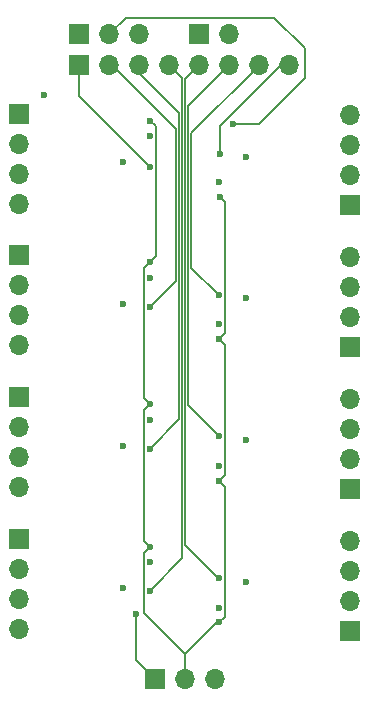
<source format=gbr>
%TF.GenerationSoftware,KiCad,Pcbnew,7.0.2-6a45011f42~172~ubuntu22.04.1*%
%TF.CreationDate,2023-05-07T19:32:11+01:00*%
%TF.ProjectId,octoHX711,6f63746f-4858-4373-9131-2e6b69636164,rev?*%
%TF.SameCoordinates,Original*%
%TF.FileFunction,Copper,L4,Bot*%
%TF.FilePolarity,Positive*%
%FSLAX46Y46*%
G04 Gerber Fmt 4.6, Leading zero omitted, Abs format (unit mm)*
G04 Created by KiCad (PCBNEW 7.0.2-6a45011f42~172~ubuntu22.04.1) date 2023-05-07 19:32:11*
%MOMM*%
%LPD*%
G01*
G04 APERTURE LIST*
%TA.AperFunction,ComponentPad*%
%ADD10R,1.700000X1.700000*%
%TD*%
%TA.AperFunction,ComponentPad*%
%ADD11O,1.700000X1.700000*%
%TD*%
%TA.AperFunction,ViaPad*%
%ADD12C,0.600000*%
%TD*%
%TA.AperFunction,Conductor*%
%ADD13C,0.127000*%
%TD*%
G04 APERTURE END LIST*
D10*
%TO.P,J1,1,Pin_1*%
%TO.N,/HX711_unit1/e+*%
X126895000Y-74115000D03*
D11*
%TO.P,J1,2,Pin_2*%
%TO.N,GND*%
X126895000Y-76655000D03*
%TO.P,J1,3,Pin_3*%
%TO.N,/HX711_unit1/a-*%
X126895000Y-79195000D03*
%TO.P,J1,4,Pin_4*%
%TO.N,/HX711_unit1/a+*%
X126895000Y-81735000D03*
%TD*%
D10*
%TO.P,J4,1,Pin_1*%
%TO.N,/HX711_unit4/e+*%
X126895000Y-110115000D03*
D11*
%TO.P,J4,2,Pin_2*%
%TO.N,GND*%
X126895000Y-112655000D03*
%TO.P,J4,3,Pin_3*%
%TO.N,/HX711_unit4/a-*%
X126895000Y-115195000D03*
%TO.P,J4,4,Pin_4*%
%TO.N,/HX711_unit4/a+*%
X126895000Y-117735000D03*
%TD*%
D10*
%TO.P,J5,1,Pin_1*%
%TO.N,/HX711_unit5/e+*%
X154935000Y-117890000D03*
D11*
%TO.P,J5,2,Pin_2*%
%TO.N,GND*%
X154935000Y-115350000D03*
%TO.P,J5,3,Pin_3*%
%TO.N,/HX711_unit5/a-*%
X154935000Y-112810000D03*
%TO.P,J5,4,Pin_4*%
%TO.N,/HX711_unit5/a+*%
X154935000Y-110270000D03*
%TD*%
D10*
%TO.P,J9,1,Pin_1*%
%TO.N,/HX711_unit1/Sdat*%
X132000000Y-70000000D03*
D11*
%TO.P,J9,2,Pin_2*%
%TO.N,/HX711_unit2/Sdat*%
X134540000Y-70000000D03*
%TO.P,J9,3,Pin_3*%
%TO.N,/HX711_unit3/Sdat*%
X137080000Y-70000000D03*
%TO.P,J9,4,Pin_4*%
%TO.N,/HX711_unit4/Sdat*%
X139620000Y-70000000D03*
%TO.P,J9,5,Pin_5*%
%TO.N,/HX711_unit5/Sdat*%
X142160000Y-70000000D03*
%TO.P,J9,6,Pin_6*%
%TO.N,/HX711_unit8/Sdat*%
X144700000Y-70000000D03*
%TO.P,J9,7,Pin_7*%
%TO.N,/HX711_unit6/Sdat*%
X147240000Y-70000000D03*
%TO.P,J9,8,Pin_8*%
%TO.N,/HX711_unit7/Sdat*%
X149780000Y-70000000D03*
%TD*%
D10*
%TO.P,J2,1,Pin_1*%
%TO.N,/HX711_unit2/e+*%
X126895000Y-86115000D03*
D11*
%TO.P,J2,2,Pin_2*%
%TO.N,GND*%
X126895000Y-88655000D03*
%TO.P,J2,3,Pin_3*%
%TO.N,/HX711_unit2/a-*%
X126895000Y-91195000D03*
%TO.P,J2,4,Pin_4*%
%TO.N,/HX711_unit2/a+*%
X126895000Y-93735000D03*
%TD*%
D10*
%TO.P,J10,1,Pin_1*%
%TO.N,VDD*%
X132000000Y-67415000D03*
D11*
%TO.P,J10,2,Pin_2*%
%TO.N,Sclk*%
X134540000Y-67415000D03*
%TO.P,J10,3,Pin_3*%
%TO.N,GND*%
X137080000Y-67415000D03*
%TD*%
D10*
%TO.P,J6,1,Pin_1*%
%TO.N,/HX711_unit8/e+*%
X154935000Y-105890000D03*
D11*
%TO.P,J6,2,Pin_2*%
%TO.N,GND*%
X154935000Y-103350000D03*
%TO.P,J6,3,Pin_3*%
%TO.N,/HX711_unit8/a-*%
X154935000Y-100810000D03*
%TO.P,J6,4,Pin_4*%
%TO.N,/HX711_unit8/a+*%
X154935000Y-98270000D03*
%TD*%
D10*
%TO.P,J11,1,Pin_1*%
%TO.N,VCC*%
X142135000Y-67415000D03*
D11*
%TO.P,J11,2,Pin_2*%
%TO.N,GND*%
X144675000Y-67415000D03*
%TD*%
D10*
%TO.P,J3,1,Pin_1*%
%TO.N,/HX711_unit3/e+*%
X126895000Y-98115000D03*
D11*
%TO.P,J3,2,Pin_2*%
%TO.N,GND*%
X126895000Y-100655000D03*
%TO.P,J3,3,Pin_3*%
%TO.N,/HX711_unit3/a-*%
X126895000Y-103195000D03*
%TO.P,J3,4,Pin_4*%
%TO.N,/HX711_unit3/a+*%
X126895000Y-105735000D03*
%TD*%
D10*
%TO.P,J7,1,Pin_1*%
%TO.N,/HX711_unit6/e+*%
X154935000Y-93890000D03*
D11*
%TO.P,J7,2,Pin_2*%
%TO.N,GND*%
X154935000Y-91350000D03*
%TO.P,J7,3,Pin_3*%
%TO.N,/HX711_unit6/a-*%
X154935000Y-88810000D03*
%TO.P,J7,4,Pin_4*%
%TO.N,/HX711_unit6/a+*%
X154935000Y-86270000D03*
%TD*%
D10*
%TO.P,J12,1,Pin_1*%
%TO.N,VDD*%
X138460000Y-122000000D03*
D11*
%TO.P,J12,2,Pin_2*%
%TO.N,rate*%
X141000000Y-122000000D03*
%TO.P,J12,3,Pin_3*%
%TO.N,GND*%
X143540000Y-122000000D03*
%TD*%
D10*
%TO.P,J8,1,Pin_1*%
%TO.N,/HX711_unit7/e+*%
X154935000Y-81890000D03*
D11*
%TO.P,J8,2,Pin_2*%
%TO.N,GND*%
X154935000Y-79350000D03*
%TO.P,J8,3,Pin_3*%
%TO.N,/HX711_unit7/a-*%
X154935000Y-76810000D03*
%TO.P,J8,4,Pin_4*%
%TO.N,/HX711_unit7/a+*%
X154935000Y-74270000D03*
%TD*%
D12*
%TO.N,GND*%
X143835000Y-79950000D03*
X143835000Y-91950000D03*
X135695000Y-114255000D03*
X135695000Y-90255000D03*
X135695000Y-114255000D03*
X137995000Y-100055000D03*
X135695000Y-90255000D03*
X146135000Y-77750000D03*
X137995000Y-112055000D03*
X143835000Y-115950000D03*
X129000000Y-72500000D03*
X146135000Y-113750000D03*
X143835000Y-91950000D03*
X143835000Y-91950000D03*
X143835000Y-115950000D03*
X135695000Y-102255000D03*
X146135000Y-77750000D03*
X146135000Y-113750000D03*
X137995000Y-88055000D03*
X146135000Y-101750000D03*
X135695000Y-102255000D03*
X137995000Y-100055000D03*
X137995000Y-112055000D03*
X137995000Y-88055000D03*
X135695000Y-102255000D03*
X137995000Y-100055000D03*
X146135000Y-101750000D03*
X135695000Y-90255000D03*
X137995000Y-100055000D03*
X146135000Y-113750000D03*
X146135000Y-89750000D03*
X143835000Y-115950000D03*
X143835000Y-91950000D03*
X135695000Y-114255000D03*
X143835000Y-103950000D03*
X143835000Y-79950000D03*
X143835000Y-103950000D03*
X146135000Y-101750000D03*
X137995000Y-112055000D03*
X135695000Y-78255000D03*
X137995000Y-88055000D03*
X143835000Y-115950000D03*
X146135000Y-113750000D03*
X146135000Y-101750000D03*
X135695000Y-90255000D03*
X135695000Y-102255000D03*
X146135000Y-77750000D03*
X146135000Y-113750000D03*
X137995000Y-76055000D03*
X143835000Y-103950000D03*
X146135000Y-77750000D03*
X137995000Y-100055000D03*
X135695000Y-102255000D03*
X137995000Y-112055000D03*
X143835000Y-91950000D03*
X146135000Y-89750000D03*
X135695000Y-90255000D03*
X135695000Y-114255000D03*
X143835000Y-103950000D03*
X137995000Y-112055000D03*
X146135000Y-89750000D03*
X146135000Y-89750000D03*
X146135000Y-101750000D03*
X146135000Y-89750000D03*
X143835000Y-79950000D03*
X143835000Y-103950000D03*
X143835000Y-115950000D03*
X135695000Y-114255000D03*
X143835000Y-79950000D03*
X143835000Y-79950000D03*
X137995000Y-88055000D03*
X137995000Y-88055000D03*
X146135000Y-77750000D03*
%TO.N,VDD*%
X136800000Y-116500000D03*
%TO.N,/HX711_unit1/Sdat*%
X138000000Y-78600000D03*
%TO.N,Sclk*%
X145000000Y-75000000D03*
%TO.N,rate*%
X137994500Y-98700000D03*
X143835500Y-105200000D03*
X143900000Y-81200000D03*
X138013983Y-74728983D03*
X143835500Y-117200000D03*
X137994500Y-110800000D03*
X137985000Y-86700000D03*
X143835500Y-93200000D03*
%TO.N,/HX711_unit2/Sdat*%
X137994500Y-90500000D03*
%TO.N,/HX711_unit3/Sdat*%
X137994500Y-102500000D03*
%TO.N,/HX711_unit4/Sdat*%
X138000000Y-114500000D03*
%TO.N,/HX711_unit6/Sdat*%
X143835500Y-89500000D03*
%TO.N,/HX711_unit5/Sdat*%
X143835500Y-113400000D03*
%TO.N,/HX711_unit8/Sdat*%
X143835500Y-101400000D03*
%TO.N,/HX711_unit7/Sdat*%
X143900000Y-77500000D03*
%TD*%
D13*
%TO.N,VDD*%
X136800000Y-120340000D02*
X138460000Y-122000000D01*
X136800000Y-116500000D02*
X136800000Y-120340000D01*
%TO.N,/HX711_unit1/Sdat*%
X132000000Y-72600000D02*
X132000000Y-70000000D01*
X138000000Y-78600000D02*
X132000000Y-72600000D01*
%TO.N,Sclk*%
X151100000Y-71100000D02*
X151100000Y-68600000D01*
X151100000Y-68600000D02*
X148500000Y-66000000D01*
X148500000Y-66000000D02*
X135955000Y-66000000D01*
X135955000Y-66000000D02*
X134540000Y-67415000D01*
X147200000Y-75000000D02*
X151100000Y-71100000D01*
X145000000Y-75000000D02*
X147200000Y-75000000D01*
%TO.N,rate*%
X138490500Y-86209500D02*
X138490500Y-75205500D01*
X138000000Y-86700000D02*
X138490500Y-86209500D01*
X144326000Y-116709500D02*
X143835500Y-117200000D01*
X143835500Y-117200000D02*
X143700000Y-117200000D01*
X137504000Y-87181000D02*
X137504000Y-98209500D01*
X144326000Y-104709500D02*
X143835500Y-105200000D01*
X137504000Y-110309500D02*
X137994500Y-110800000D01*
X143835500Y-93200000D02*
X144326000Y-93690500D01*
X137994500Y-98700000D02*
X137504000Y-99190500D01*
X144326000Y-105690500D02*
X144326000Y-116709500D01*
X137994500Y-110800000D02*
X137504000Y-111290500D01*
X144326000Y-93690500D02*
X144326000Y-104709500D01*
X137504000Y-116404000D02*
X141000000Y-119900000D01*
X143835500Y-105200000D02*
X144326000Y-105690500D01*
X138490500Y-75205500D02*
X138013983Y-74728983D01*
X141000000Y-119900000D02*
X141000000Y-122000000D01*
X144326000Y-92709500D02*
X143835500Y-93200000D01*
X143900000Y-81200000D02*
X144326000Y-81626000D01*
X137504000Y-98209500D02*
X137994500Y-98700000D01*
X137504000Y-99190500D02*
X137504000Y-110309500D01*
X143700000Y-117200000D02*
X141000000Y-119900000D01*
X144326000Y-81626000D02*
X144326000Y-92709500D01*
X137504000Y-111290500D02*
X137504000Y-116404000D01*
X137985000Y-86700000D02*
X137504000Y-87181000D01*
X137985000Y-86700000D02*
X138000000Y-86700000D01*
%TO.N,/HX711_unit2/Sdat*%
X140238000Y-75438000D02*
X134800000Y-70000000D01*
X140238000Y-88256500D02*
X140238000Y-75438000D01*
X137994500Y-90500000D02*
X140238000Y-88256500D01*
X134800000Y-70000000D02*
X134540000Y-70000000D01*
%TO.N,/HX711_unit3/Sdat*%
X140492000Y-100002500D02*
X140492000Y-74051210D01*
X137080000Y-70639210D02*
X137080000Y-70000000D01*
X140492000Y-74051210D02*
X137080000Y-70639210D01*
X137994500Y-102500000D02*
X140492000Y-100002500D01*
%TO.N,/HX711_unit4/Sdat*%
X140746000Y-71126000D02*
X139620000Y-70000000D01*
X138000000Y-114500000D02*
X140746000Y-111754000D01*
X140746000Y-111754000D02*
X140746000Y-71126000D01*
%TO.N,/HX711_unit6/Sdat*%
X141508000Y-75792000D02*
X141508000Y-87172500D01*
X147240000Y-70000000D02*
X147240000Y-70060000D01*
X147240000Y-70060000D02*
X141508000Y-75792000D01*
X141508000Y-87172500D02*
X143835500Y-89500000D01*
%TO.N,/HX711_unit5/Sdat*%
X141000000Y-71160000D02*
X141000000Y-110600000D01*
X143800000Y-113400000D02*
X143835500Y-113400000D01*
X142160000Y-70000000D02*
X141000000Y-71160000D01*
X141000000Y-110600000D02*
X143800000Y-113400000D01*
%TO.N,/HX711_unit8/Sdat*%
X144700000Y-70000000D02*
X141254000Y-73446000D01*
X141254000Y-98818500D02*
X143835500Y-101400000D01*
X141254000Y-73446000D02*
X141254000Y-98818500D01*
%TO.N,/HX711_unit7/Sdat*%
X149100000Y-70000000D02*
X143900000Y-75200000D01*
X149780000Y-70000000D02*
X149100000Y-70000000D01*
X143900000Y-75200000D02*
X143900000Y-77500000D01*
%TD*%
M02*

</source>
